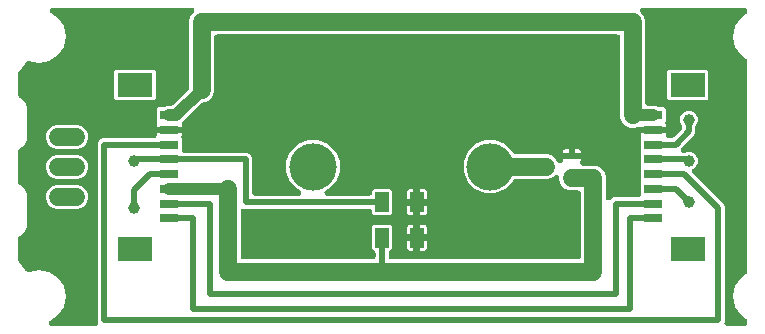
<source format=gbr>
G04 EAGLE Gerber X2 export*
%TF.Part,Single*%
%TF.FileFunction,Copper,L1,Top,Mixed*%
%TF.FilePolarity,Positive*%
%TF.GenerationSoftware,Autodesk,EAGLE,9.1.0*%
%TF.CreationDate,2020-06-24T00:01:39Z*%
G75*
%MOMM*%
%FSLAX34Y34*%
%LPD*%
%AMOC8*
5,1,8,0,0,1.08239X$1,22.5*%
G01*
%ADD10R,1.050000X0.600000*%
%ADD11R,1.600000X0.800000*%
%ADD12R,3.000000X2.100000*%
%ADD13C,1.524000*%
%ADD14R,1.160000X1.680000*%
%ADD15C,1.000000*%
%ADD16C,1.500000*%
%ADD17C,1.000000*%
%ADD18C,0.500000*%
%ADD19C,4.000000*%

G36*
X67401Y10174D02*
X67401Y10174D01*
X67495Y10173D01*
X67623Y10194D01*
X67753Y10206D01*
X67843Y10230D01*
X67935Y10246D01*
X68058Y10290D01*
X68184Y10324D01*
X68268Y10365D01*
X68356Y10396D01*
X68469Y10461D01*
X68586Y10517D01*
X68662Y10572D01*
X68743Y10619D01*
X68843Y10703D01*
X68948Y10779D01*
X69013Y10847D01*
X69084Y10907D01*
X69168Y11008D01*
X69258Y11101D01*
X69309Y11179D01*
X69369Y11251D01*
X69433Y11365D01*
X69505Y11473D01*
X69542Y11559D01*
X69588Y11641D01*
X69630Y11764D01*
X69682Y11884D01*
X69703Y11974D01*
X69734Y12063D01*
X69754Y12192D01*
X69783Y12319D01*
X69788Y12412D01*
X69802Y12504D01*
X69799Y12635D01*
X69805Y12765D01*
X69793Y12857D01*
X69791Y12951D01*
X69764Y13079D01*
X69748Y13208D01*
X69719Y13297D01*
X69700Y13388D01*
X69617Y13621D01*
X69499Y13906D01*
X69499Y164844D01*
X70337Y166866D01*
X71884Y168413D01*
X73906Y169251D01*
X117000Y169251D01*
X117050Y169255D01*
X117100Y169253D01*
X117272Y169275D01*
X117445Y169291D01*
X117493Y169304D01*
X117543Y169310D01*
X117708Y169363D01*
X117876Y169409D01*
X117921Y169431D01*
X117968Y169446D01*
X118122Y169527D01*
X118278Y169602D01*
X118319Y169632D01*
X118363Y169655D01*
X118500Y169762D01*
X118640Y169864D01*
X118675Y169900D01*
X118714Y169931D01*
X118830Y170061D01*
X118950Y170186D01*
X118977Y170228D01*
X119011Y170266D01*
X119101Y170414D01*
X119197Y170558D01*
X119217Y170604D01*
X119243Y170647D01*
X119305Y170810D01*
X119374Y170969D01*
X119385Y171017D01*
X119403Y171064D01*
X119436Y171235D01*
X119475Y171404D01*
X119478Y171454D01*
X119487Y171503D01*
X119499Y171750D01*
X119499Y173751D01*
X130040Y173751D01*
X140581Y173751D01*
X140581Y171916D01*
X140388Y171195D01*
X140357Y171135D01*
X140341Y171084D01*
X140318Y171035D01*
X140275Y170870D01*
X140225Y170708D01*
X140219Y170655D01*
X140206Y170603D01*
X140193Y170433D01*
X140172Y170264D01*
X140176Y170211D01*
X140172Y170157D01*
X140189Y169988D01*
X140199Y169818D01*
X140212Y169766D01*
X140217Y169713D01*
X140265Y169550D01*
X140305Y169384D01*
X140327Y169335D01*
X140342Y169284D01*
X140417Y169132D01*
X140486Y168976D01*
X140516Y168932D01*
X140540Y168884D01*
X140541Y168883D01*
X140541Y159250D01*
X140545Y159200D01*
X140543Y159150D01*
X140565Y158978D01*
X140581Y158805D01*
X140594Y158757D01*
X140600Y158707D01*
X140653Y158542D01*
X140699Y158374D01*
X140721Y158329D01*
X140736Y158282D01*
X140817Y158128D01*
X140892Y157972D01*
X140922Y157931D01*
X140945Y157887D01*
X141052Y157750D01*
X141154Y157610D01*
X141190Y157575D01*
X141221Y157536D01*
X141351Y157420D01*
X141476Y157300D01*
X141518Y157273D01*
X141556Y157239D01*
X141704Y157149D01*
X141848Y157053D01*
X141894Y157033D01*
X141937Y157007D01*
X142099Y156945D01*
X142259Y156876D01*
X142307Y156865D01*
X142354Y156847D01*
X142525Y156814D01*
X142694Y156775D01*
X142744Y156772D01*
X142793Y156763D01*
X143040Y156751D01*
X196094Y156751D01*
X198116Y155913D01*
X199663Y154366D01*
X200501Y152344D01*
X200501Y123000D01*
X200505Y122950D01*
X200503Y122900D01*
X200525Y122728D01*
X200541Y122555D01*
X200554Y122507D01*
X200560Y122457D01*
X200613Y122292D01*
X200659Y122124D01*
X200681Y122079D01*
X200696Y122032D01*
X200777Y121878D01*
X200852Y121722D01*
X200882Y121681D01*
X200905Y121637D01*
X201012Y121500D01*
X201114Y121360D01*
X201150Y121325D01*
X201181Y121286D01*
X201311Y121170D01*
X201436Y121050D01*
X201478Y121023D01*
X201516Y120989D01*
X201664Y120899D01*
X201808Y120803D01*
X201854Y120783D01*
X201897Y120757D01*
X202059Y120695D01*
X202219Y120626D01*
X202267Y120615D01*
X202314Y120597D01*
X202485Y120564D01*
X202654Y120525D01*
X202704Y120522D01*
X202753Y120513D01*
X203000Y120501D01*
X239585Y120501D01*
X239764Y120517D01*
X239944Y120527D01*
X239986Y120537D01*
X240030Y120541D01*
X240203Y120588D01*
X240378Y120630D01*
X240418Y120648D01*
X240460Y120659D01*
X240623Y120737D01*
X240788Y120809D01*
X240824Y120834D01*
X240863Y120852D01*
X241009Y120958D01*
X241158Y121058D01*
X241190Y121089D01*
X241225Y121114D01*
X241350Y121244D01*
X241479Y121370D01*
X241504Y121405D01*
X241534Y121436D01*
X241634Y121586D01*
X241739Y121733D01*
X241758Y121772D01*
X241782Y121808D01*
X241853Y121974D01*
X241930Y122137D01*
X241941Y122179D01*
X241959Y122219D01*
X241999Y122393D01*
X242046Y122568D01*
X242050Y122611D01*
X242060Y122654D01*
X242069Y122833D01*
X242084Y123013D01*
X242080Y123056D01*
X242082Y123100D01*
X242059Y123278D01*
X242042Y123458D01*
X242030Y123500D01*
X242024Y123543D01*
X241970Y123714D01*
X241921Y123888D01*
X241902Y123927D01*
X241889Y123968D01*
X241804Y124127D01*
X241726Y124289D01*
X241700Y124325D01*
X241680Y124363D01*
X241568Y124504D01*
X241462Y124650D01*
X241430Y124680D01*
X241403Y124714D01*
X241269Y124834D01*
X241138Y124958D01*
X241102Y124982D01*
X241069Y125011D01*
X240916Y125104D01*
X240765Y125203D01*
X240710Y125229D01*
X240688Y125243D01*
X240653Y125256D01*
X240541Y125309D01*
X239054Y125925D01*
X232725Y132254D01*
X229299Y140524D01*
X229299Y149476D01*
X232725Y157746D01*
X239054Y164075D01*
X247324Y167501D01*
X256276Y167501D01*
X264546Y164075D01*
X270875Y157746D01*
X274301Y149476D01*
X274301Y140524D01*
X270875Y132254D01*
X264546Y125925D01*
X263059Y125309D01*
X262900Y125226D01*
X262737Y125148D01*
X262702Y125122D01*
X262663Y125102D01*
X262521Y124991D01*
X262375Y124886D01*
X262345Y124854D01*
X262311Y124828D01*
X262190Y124693D01*
X262066Y124564D01*
X262041Y124527D01*
X262012Y124495D01*
X261918Y124342D01*
X261818Y124192D01*
X261801Y124152D01*
X261778Y124114D01*
X261713Y123947D01*
X261641Y123781D01*
X261632Y123739D01*
X261616Y123698D01*
X261581Y123521D01*
X261540Y123346D01*
X261538Y123303D01*
X261530Y123260D01*
X261527Y123080D01*
X261518Y122900D01*
X261524Y122857D01*
X261523Y122813D01*
X261552Y122636D01*
X261576Y122457D01*
X261589Y122416D01*
X261596Y122373D01*
X261657Y122203D01*
X261711Y122032D01*
X261732Y121993D01*
X261746Y121952D01*
X261836Y121796D01*
X261920Y121637D01*
X261947Y121603D01*
X261969Y121565D01*
X262085Y121427D01*
X262197Y121286D01*
X262229Y121257D01*
X262257Y121224D01*
X262396Y121109D01*
X262531Y120989D01*
X262568Y120967D01*
X262602Y120939D01*
X262759Y120851D01*
X262912Y120757D01*
X262953Y120742D01*
X262991Y120720D01*
X263161Y120661D01*
X263329Y120597D01*
X263372Y120589D01*
X263413Y120574D01*
X263591Y120547D01*
X263768Y120513D01*
X263828Y120510D01*
X263855Y120506D01*
X263892Y120507D01*
X264015Y120501D01*
X299450Y120501D01*
X299500Y120505D01*
X299550Y120503D01*
X299722Y120525D01*
X299895Y120541D01*
X299943Y120554D01*
X299993Y120560D01*
X300158Y120613D01*
X300326Y120659D01*
X300371Y120681D01*
X300418Y120696D01*
X300572Y120777D01*
X300728Y120852D01*
X300769Y120882D01*
X300813Y120905D01*
X300950Y121012D01*
X301090Y121114D01*
X301125Y121150D01*
X301164Y121181D01*
X301280Y121311D01*
X301400Y121436D01*
X301427Y121478D01*
X301461Y121516D01*
X301551Y121664D01*
X301647Y121808D01*
X301667Y121854D01*
X301693Y121897D01*
X301755Y122059D01*
X301824Y122219D01*
X301835Y122267D01*
X301853Y122314D01*
X301886Y122485D01*
X301925Y122654D01*
X301928Y122704D01*
X301937Y122753D01*
X301949Y123000D01*
X301949Y124436D01*
X303414Y125901D01*
X317086Y125901D01*
X318551Y124436D01*
X318551Y105564D01*
X317086Y104099D01*
X303414Y104099D01*
X301949Y105564D01*
X301949Y107000D01*
X301945Y107050D01*
X301947Y107100D01*
X301925Y107272D01*
X301909Y107445D01*
X301896Y107493D01*
X301890Y107543D01*
X301837Y107708D01*
X301791Y107876D01*
X301769Y107921D01*
X301754Y107968D01*
X301673Y108122D01*
X301598Y108278D01*
X301568Y108319D01*
X301545Y108363D01*
X301438Y108500D01*
X301336Y108640D01*
X301300Y108675D01*
X301269Y108714D01*
X301139Y108830D01*
X301014Y108950D01*
X300972Y108977D01*
X300934Y109011D01*
X300786Y109101D01*
X300642Y109197D01*
X300596Y109217D01*
X300553Y109243D01*
X300391Y109305D01*
X300231Y109374D01*
X300183Y109385D01*
X300136Y109403D01*
X299965Y109436D01*
X299796Y109475D01*
X299746Y109478D01*
X299697Y109487D01*
X299450Y109499D01*
X193889Y109499D01*
X193867Y109506D01*
X193781Y109543D01*
X193655Y109573D01*
X193530Y109612D01*
X193437Y109623D01*
X193346Y109644D01*
X193216Y109651D01*
X193087Y109667D01*
X192993Y109662D01*
X192900Y109667D01*
X192771Y109650D01*
X192641Y109643D01*
X192550Y109621D01*
X192457Y109609D01*
X192333Y109569D01*
X192206Y109539D01*
X192121Y109502D01*
X192032Y109473D01*
X191917Y109412D01*
X191797Y109360D01*
X191719Y109308D01*
X191637Y109264D01*
X191535Y109184D01*
X191426Y109111D01*
X191359Y109046D01*
X191286Y108988D01*
X191199Y108891D01*
X191106Y108800D01*
X191051Y108724D01*
X190989Y108654D01*
X190922Y108542D01*
X190846Y108437D01*
X190806Y108352D01*
X190757Y108272D01*
X190710Y108151D01*
X190655Y108033D01*
X190630Y107943D01*
X190597Y107855D01*
X190572Y107727D01*
X190538Y107602D01*
X190531Y107508D01*
X190513Y107417D01*
X190501Y107169D01*
X190501Y69000D01*
X190505Y68950D01*
X190503Y68900D01*
X190525Y68728D01*
X190541Y68555D01*
X190554Y68507D01*
X190560Y68457D01*
X190613Y68292D01*
X190659Y68124D01*
X190681Y68079D01*
X190696Y68032D01*
X190777Y67878D01*
X190852Y67722D01*
X190882Y67681D01*
X190905Y67637D01*
X191012Y67500D01*
X191114Y67360D01*
X191150Y67325D01*
X191181Y67286D01*
X191311Y67170D01*
X191436Y67050D01*
X191478Y67023D01*
X191516Y66989D01*
X191664Y66899D01*
X191808Y66803D01*
X191854Y66783D01*
X191897Y66757D01*
X192059Y66695D01*
X192219Y66626D01*
X192267Y66615D01*
X192314Y66597D01*
X192485Y66564D01*
X192654Y66525D01*
X192704Y66522D01*
X192753Y66513D01*
X193000Y66501D01*
X302250Y66501D01*
X302300Y66505D01*
X302350Y66503D01*
X302522Y66525D01*
X302695Y66541D01*
X302743Y66554D01*
X302793Y66560D01*
X302958Y66613D01*
X303126Y66659D01*
X303171Y66681D01*
X303218Y66696D01*
X303372Y66777D01*
X303528Y66852D01*
X303569Y66882D01*
X303613Y66905D01*
X303750Y67012D01*
X303890Y67114D01*
X303925Y67150D01*
X303964Y67181D01*
X304080Y67311D01*
X304200Y67436D01*
X304227Y67478D01*
X304261Y67516D01*
X304351Y67664D01*
X304447Y67808D01*
X304467Y67854D01*
X304493Y67897D01*
X304555Y68059D01*
X304624Y68219D01*
X304635Y68267D01*
X304653Y68314D01*
X304686Y68485D01*
X304725Y68654D01*
X304728Y68704D01*
X304737Y68753D01*
X304749Y69000D01*
X304749Y71729D01*
X304733Y71915D01*
X304721Y72101D01*
X304713Y72137D01*
X304709Y72174D01*
X304660Y72353D01*
X304616Y72535D01*
X304601Y72569D01*
X304591Y72605D01*
X304510Y72773D01*
X304434Y72943D01*
X304414Y72974D01*
X304398Y73007D01*
X304288Y73158D01*
X304183Y73313D01*
X304149Y73350D01*
X304136Y73369D01*
X304109Y73395D01*
X304017Y73496D01*
X301949Y75564D01*
X301949Y94436D01*
X303414Y95901D01*
X317086Y95901D01*
X318551Y94436D01*
X318551Y75564D01*
X316483Y73496D01*
X316363Y73353D01*
X316239Y73213D01*
X316220Y73182D01*
X316196Y73153D01*
X316104Y72991D01*
X316007Y72832D01*
X315994Y72797D01*
X315976Y72765D01*
X315914Y72589D01*
X315847Y72415D01*
X315840Y72379D01*
X315827Y72344D01*
X315798Y72159D01*
X315763Y71976D01*
X315760Y71926D01*
X315757Y71903D01*
X315758Y71866D01*
X315751Y71729D01*
X315751Y69000D01*
X315755Y68950D01*
X315753Y68900D01*
X315775Y68728D01*
X315791Y68555D01*
X315804Y68507D01*
X315810Y68457D01*
X315863Y68292D01*
X315909Y68124D01*
X315931Y68079D01*
X315946Y68032D01*
X316027Y67878D01*
X316102Y67722D01*
X316132Y67681D01*
X316155Y67637D01*
X316262Y67500D01*
X316364Y67360D01*
X316400Y67325D01*
X316431Y67286D01*
X316561Y67170D01*
X316686Y67050D01*
X316728Y67023D01*
X316766Y66989D01*
X316914Y66899D01*
X317058Y66803D01*
X317104Y66783D01*
X317147Y66757D01*
X317309Y66695D01*
X317469Y66626D01*
X317517Y66615D01*
X317564Y66597D01*
X317735Y66564D01*
X317904Y66525D01*
X317954Y66522D01*
X318003Y66513D01*
X318250Y66501D01*
X476000Y66501D01*
X476050Y66505D01*
X476100Y66503D01*
X476272Y66525D01*
X476445Y66541D01*
X476493Y66554D01*
X476543Y66560D01*
X476708Y66613D01*
X476876Y66659D01*
X476921Y66681D01*
X476968Y66696D01*
X477122Y66777D01*
X477278Y66852D01*
X477319Y66882D01*
X477363Y66905D01*
X477500Y67012D01*
X477640Y67114D01*
X477675Y67150D01*
X477714Y67181D01*
X477830Y67311D01*
X477950Y67436D01*
X477977Y67478D01*
X478011Y67516D01*
X478101Y67664D01*
X478197Y67808D01*
X478217Y67854D01*
X478243Y67897D01*
X478305Y68059D01*
X478374Y68219D01*
X478385Y68267D01*
X478403Y68314D01*
X478436Y68485D01*
X478475Y68654D01*
X478478Y68704D01*
X478487Y68753D01*
X478499Y69000D01*
X478499Y122500D01*
X478495Y122550D01*
X478497Y122600D01*
X478475Y122772D01*
X478459Y122945D01*
X478446Y122993D01*
X478440Y123043D01*
X478387Y123208D01*
X478341Y123376D01*
X478319Y123421D01*
X478304Y123468D01*
X478223Y123622D01*
X478148Y123778D01*
X478118Y123819D01*
X478095Y123863D01*
X477988Y124000D01*
X477886Y124140D01*
X477850Y124175D01*
X477819Y124214D01*
X477689Y124330D01*
X477564Y124450D01*
X477522Y124477D01*
X477484Y124511D01*
X477336Y124601D01*
X477192Y124697D01*
X477146Y124717D01*
X477103Y124743D01*
X476941Y124805D01*
X476781Y124874D01*
X476733Y124885D01*
X476686Y124903D01*
X476515Y124936D01*
X476346Y124975D01*
X476296Y124978D01*
X476247Y124987D01*
X476000Y124999D01*
X468911Y124999D01*
X465052Y126598D01*
X462098Y129552D01*
X460499Y133411D01*
X460499Y135615D01*
X460487Y135752D01*
X460484Y135888D01*
X460467Y135973D01*
X460459Y136060D01*
X460423Y136192D01*
X460396Y136326D01*
X460364Y136407D01*
X460341Y136491D01*
X460282Y136614D01*
X460231Y136741D01*
X460185Y136815D01*
X460148Y136894D01*
X460067Y137005D01*
X459995Y137121D01*
X459937Y137185D01*
X459886Y137255D01*
X459787Y137350D01*
X459695Y137452D01*
X459626Y137505D01*
X459564Y137565D01*
X459450Y137641D01*
X459341Y137724D01*
X459264Y137764D01*
X459192Y137812D01*
X459066Y137866D01*
X458944Y137929D01*
X458861Y137955D01*
X458781Y137989D01*
X458649Y138020D01*
X458517Y138060D01*
X458431Y138071D01*
X458346Y138090D01*
X458210Y138097D01*
X458074Y138113D01*
X457987Y138108D01*
X457900Y138113D01*
X457765Y138095D01*
X457628Y138087D01*
X457543Y138066D01*
X457457Y138055D01*
X457327Y138013D01*
X457194Y137981D01*
X457114Y137946D01*
X457032Y137919D01*
X456911Y137855D01*
X456786Y137800D01*
X456714Y137751D01*
X456637Y137710D01*
X456529Y137626D01*
X456416Y137549D01*
X456315Y137457D01*
X456286Y137434D01*
X456270Y137416D01*
X456233Y137382D01*
X454948Y136098D01*
X451089Y134499D01*
X423475Y134499D01*
X423469Y134499D01*
X423462Y134499D01*
X423246Y134479D01*
X423030Y134459D01*
X423024Y134458D01*
X423017Y134457D01*
X422807Y134398D01*
X422599Y134341D01*
X422594Y134338D01*
X422587Y134336D01*
X422394Y134242D01*
X422197Y134148D01*
X422191Y134144D01*
X422186Y134141D01*
X422013Y134015D01*
X421835Y133886D01*
X421830Y133881D01*
X421825Y133877D01*
X421675Y133719D01*
X421525Y133564D01*
X421522Y133558D01*
X421517Y133553D01*
X421397Y133371D01*
X421278Y133192D01*
X421276Y133186D01*
X421272Y133180D01*
X421166Y132956D01*
X420875Y132254D01*
X414546Y125925D01*
X406276Y122499D01*
X397324Y122499D01*
X389054Y125925D01*
X382725Y132254D01*
X379299Y140524D01*
X379299Y149476D01*
X382725Y157746D01*
X389054Y164075D01*
X397324Y167501D01*
X406276Y167501D01*
X414546Y164075D01*
X420875Y157746D01*
X421166Y157044D01*
X421169Y157038D01*
X421171Y157032D01*
X421273Y156839D01*
X421373Y156648D01*
X421377Y156643D01*
X421380Y156637D01*
X421516Y156464D01*
X421647Y156295D01*
X421652Y156291D01*
X421656Y156286D01*
X421821Y156140D01*
X421980Y155997D01*
X421986Y155994D01*
X421991Y155989D01*
X422176Y155877D01*
X422361Y155763D01*
X422367Y155761D01*
X422372Y155757D01*
X422574Y155679D01*
X422777Y155600D01*
X422783Y155599D01*
X422789Y155597D01*
X423002Y155556D01*
X423215Y155514D01*
X423221Y155514D01*
X423228Y155513D01*
X423475Y155501D01*
X451089Y155501D01*
X454948Y153902D01*
X457902Y150948D01*
X458504Y149494D01*
X458532Y149441D01*
X458553Y149384D01*
X458636Y149243D01*
X458712Y149098D01*
X458749Y149051D01*
X458779Y148999D01*
X458886Y148874D01*
X458986Y148745D01*
X459031Y148705D01*
X459070Y148660D01*
X459197Y148556D01*
X459319Y148447D01*
X459370Y148416D01*
X459417Y148378D01*
X459560Y148299D01*
X459699Y148213D01*
X459755Y148191D01*
X459808Y148162D01*
X459963Y148110D01*
X460115Y148051D01*
X460174Y148039D01*
X460231Y148020D01*
X460393Y147996D01*
X460553Y147965D01*
X460614Y147964D01*
X460673Y147955D01*
X460837Y147960D01*
X461000Y147958D01*
X461059Y147968D01*
X461120Y147970D01*
X461279Y148004D01*
X461441Y148031D01*
X461497Y148051D01*
X461556Y148064D01*
X461707Y148126D01*
X461861Y148181D01*
X461914Y148211D01*
X461969Y148234D01*
X462107Y148323D01*
X462249Y148404D01*
X462295Y148443D01*
X462345Y148475D01*
X462465Y148587D01*
X462590Y148692D01*
X462628Y148739D01*
X462672Y148780D01*
X462770Y148910D01*
X462874Y149036D01*
X462904Y149089D01*
X462940Y149137D01*
X463013Y149283D01*
X463093Y149426D01*
X463113Y149483D01*
X463140Y149537D01*
X463186Y149693D01*
X463239Y149848D01*
X463248Y149908D01*
X463265Y149965D01*
X463283Y150128D01*
X463308Y150290D01*
X463306Y150350D01*
X463312Y150410D01*
X463300Y150572D01*
X463296Y150736D01*
X463284Y150795D01*
X463280Y150855D01*
X463228Y151097D01*
X463209Y151166D01*
X463209Y152001D01*
X471000Y152001D01*
X478791Y152001D01*
X478791Y151166D01*
X478618Y150519D01*
X478173Y149750D01*
X478159Y149719D01*
X478141Y149692D01*
X478065Y149517D01*
X477985Y149344D01*
X477977Y149312D01*
X477964Y149281D01*
X477921Y149097D01*
X477873Y148912D01*
X477870Y148879D01*
X477862Y148846D01*
X477853Y148657D01*
X477839Y148467D01*
X477842Y148433D01*
X477840Y148400D01*
X477865Y148212D01*
X477884Y148022D01*
X477894Y147990D01*
X477898Y147957D01*
X477956Y147776D01*
X478009Y147593D01*
X478023Y147563D01*
X478034Y147532D01*
X478123Y147364D01*
X478207Y147193D01*
X478227Y147166D01*
X478243Y147137D01*
X478361Y146987D01*
X478474Y146835D01*
X478498Y146812D01*
X478519Y146786D01*
X478661Y146659D01*
X478800Y146530D01*
X478828Y146511D01*
X478853Y146489D01*
X479015Y146391D01*
X479175Y146287D01*
X479206Y146275D01*
X479235Y146257D01*
X479412Y146189D01*
X479588Y146116D01*
X479620Y146109D01*
X479652Y146097D01*
X479839Y146061D01*
X480024Y146020D01*
X480058Y146019D01*
X480090Y146013D01*
X480338Y146001D01*
X491089Y146001D01*
X494948Y144402D01*
X497902Y141448D01*
X499501Y137589D01*
X499501Y119064D01*
X499513Y118927D01*
X499516Y118791D01*
X499533Y118705D01*
X499541Y118619D01*
X499577Y118487D01*
X499604Y118353D01*
X499636Y118272D01*
X499659Y118188D01*
X499718Y118065D01*
X499769Y117938D01*
X499815Y117864D01*
X499852Y117785D01*
X499933Y117674D01*
X500005Y117558D01*
X500063Y117494D01*
X500114Y117423D01*
X500213Y117329D01*
X500305Y117227D01*
X500374Y117174D01*
X500436Y117114D01*
X500550Y117038D01*
X500659Y116955D01*
X500736Y116915D01*
X500808Y116867D01*
X500934Y116813D01*
X501056Y116750D01*
X501139Y116724D01*
X501219Y116690D01*
X501351Y116659D01*
X501483Y116619D01*
X501569Y116608D01*
X501654Y116589D01*
X501790Y116582D01*
X501926Y116565D01*
X502013Y116571D01*
X502100Y116566D01*
X502235Y116584D01*
X502372Y116592D01*
X502457Y116613D01*
X502543Y116624D01*
X502673Y116666D01*
X502806Y116698D01*
X502886Y116733D01*
X502968Y116760D01*
X503089Y116824D01*
X503214Y116879D01*
X503286Y116928D01*
X503363Y116969D01*
X503471Y117053D01*
X503584Y117130D01*
X503685Y117222D01*
X503714Y117245D01*
X503730Y117263D01*
X503767Y117296D01*
X504884Y118413D01*
X506906Y119251D01*
X526960Y119251D01*
X527010Y119255D01*
X527060Y119253D01*
X527232Y119275D01*
X527405Y119291D01*
X527453Y119304D01*
X527503Y119310D01*
X527668Y119363D01*
X527836Y119409D01*
X527881Y119431D01*
X527928Y119446D01*
X528082Y119527D01*
X528238Y119602D01*
X528279Y119632D01*
X528323Y119655D01*
X528460Y119762D01*
X528600Y119864D01*
X528635Y119900D01*
X528674Y119931D01*
X528790Y120061D01*
X528910Y120186D01*
X528937Y120228D01*
X528971Y120266D01*
X529061Y120414D01*
X529157Y120558D01*
X529177Y120604D01*
X529203Y120647D01*
X529265Y120809D01*
X529334Y120969D01*
X529345Y121017D01*
X529363Y121064D01*
X529396Y121235D01*
X529435Y121404D01*
X529438Y121454D01*
X529447Y121503D01*
X529459Y121750D01*
X529459Y131576D01*
X529504Y131721D01*
X529561Y131885D01*
X529569Y131935D01*
X529584Y131983D01*
X529605Y132155D01*
X529632Y132326D01*
X529631Y132376D01*
X529637Y132426D01*
X529627Y132599D01*
X529623Y132773D01*
X529613Y132822D01*
X529610Y132872D01*
X529569Y133041D01*
X529535Y133211D01*
X529516Y133257D01*
X529505Y133306D01*
X529459Y133408D01*
X529459Y144076D01*
X529504Y144221D01*
X529561Y144385D01*
X529569Y144435D01*
X529584Y144483D01*
X529605Y144655D01*
X529632Y144826D01*
X529631Y144876D01*
X529637Y144926D01*
X529627Y145099D01*
X529623Y145273D01*
X529613Y145322D01*
X529610Y145372D01*
X529569Y145541D01*
X529535Y145711D01*
X529516Y145757D01*
X529505Y145806D01*
X529459Y145908D01*
X529459Y156576D01*
X529504Y156721D01*
X529561Y156885D01*
X529569Y156935D01*
X529584Y156983D01*
X529605Y157154D01*
X529632Y157326D01*
X529631Y157376D01*
X529637Y157426D01*
X529627Y157599D01*
X529623Y157773D01*
X529613Y157822D01*
X529610Y157872D01*
X529569Y158041D01*
X529535Y158211D01*
X529516Y158257D01*
X529505Y158306D01*
X529459Y158408D01*
X529459Y168900D01*
X529467Y168914D01*
X529558Y169058D01*
X529577Y169108D01*
X529604Y169154D01*
X529660Y169315D01*
X529723Y169473D01*
X529734Y169525D01*
X529752Y169576D01*
X529779Y169744D01*
X529813Y169911D01*
X529814Y169964D01*
X529823Y170017D01*
X529819Y170186D01*
X529823Y170357D01*
X529815Y170410D01*
X529814Y170464D01*
X529780Y170630D01*
X529754Y170799D01*
X529736Y170849D01*
X529725Y170901D01*
X529663Y171060D01*
X529607Y171220D01*
X529604Y171225D01*
X529419Y171916D01*
X529419Y173751D01*
X539960Y173751D01*
X550501Y173751D01*
X550501Y171750D01*
X550505Y171700D01*
X550503Y171650D01*
X550525Y171478D01*
X550541Y171305D01*
X550554Y171257D01*
X550560Y171207D01*
X550613Y171042D01*
X550659Y170874D01*
X550681Y170829D01*
X550696Y170782D01*
X550777Y170628D01*
X550852Y170472D01*
X550882Y170431D01*
X550905Y170387D01*
X551012Y170250D01*
X551114Y170110D01*
X551150Y170075D01*
X551181Y170036D01*
X551311Y169920D01*
X551436Y169800D01*
X551478Y169773D01*
X551516Y169739D01*
X551664Y169649D01*
X551808Y169553D01*
X551854Y169533D01*
X551897Y169507D01*
X552059Y169445D01*
X552219Y169376D01*
X552267Y169365D01*
X552314Y169347D01*
X552485Y169314D01*
X552654Y169275D01*
X552704Y169272D01*
X552753Y169263D01*
X553000Y169251D01*
X555436Y169251D01*
X555622Y169267D01*
X555808Y169279D01*
X555844Y169287D01*
X555881Y169291D01*
X556062Y169340D01*
X556242Y169384D01*
X556276Y169399D01*
X556312Y169409D01*
X556480Y169490D01*
X556651Y169566D01*
X556681Y169586D01*
X556715Y169602D01*
X556866Y169712D01*
X557020Y169817D01*
X557058Y169851D01*
X557077Y169864D01*
X557102Y169891D01*
X557204Y169983D01*
X563767Y176546D01*
X563887Y176690D01*
X564011Y176829D01*
X564030Y176861D01*
X564054Y176889D01*
X564146Y177051D01*
X564243Y177211D01*
X564256Y177245D01*
X564274Y177278D01*
X564336Y177454D01*
X564403Y177628D01*
X564410Y177664D01*
X564423Y177699D01*
X564452Y177883D01*
X564487Y178067D01*
X564490Y178117D01*
X564493Y178140D01*
X564492Y178177D01*
X564499Y178314D01*
X564499Y178858D01*
X564483Y179044D01*
X564471Y179230D01*
X564463Y179266D01*
X564459Y179303D01*
X564410Y179483D01*
X564366Y179664D01*
X564351Y179698D01*
X564341Y179733D01*
X564260Y179902D01*
X564184Y180072D01*
X564164Y180103D01*
X564148Y180136D01*
X564038Y180287D01*
X563933Y180442D01*
X563899Y180479D01*
X563886Y180498D01*
X563859Y180524D01*
X563767Y180625D01*
X563641Y180751D01*
X562499Y183508D01*
X562499Y186492D01*
X563641Y189249D01*
X565751Y191359D01*
X568508Y192501D01*
X571492Y192501D01*
X574249Y191359D01*
X576359Y189249D01*
X577501Y186492D01*
X577501Y183508D01*
X576359Y180751D01*
X576233Y180625D01*
X576113Y180482D01*
X575989Y180342D01*
X575970Y180311D01*
X575946Y180282D01*
X575854Y180120D01*
X575757Y179961D01*
X575744Y179926D01*
X575726Y179894D01*
X575664Y179718D01*
X575597Y179544D01*
X575590Y179507D01*
X575577Y179473D01*
X575548Y179288D01*
X575513Y179105D01*
X575510Y179055D01*
X575507Y179031D01*
X575508Y178994D01*
X575501Y178858D01*
X575501Y173906D01*
X574663Y171884D01*
X572764Y169985D01*
X563796Y161017D01*
X563709Y160912D01*
X563614Y160814D01*
X563566Y160741D01*
X563510Y160674D01*
X563443Y160556D01*
X563367Y160442D01*
X563332Y160362D01*
X563289Y160286D01*
X563244Y160157D01*
X563190Y160031D01*
X563170Y159947D01*
X563141Y159865D01*
X563119Y159729D01*
X563089Y159596D01*
X563084Y159510D01*
X563070Y159424D01*
X563073Y159287D01*
X563066Y159150D01*
X563078Y159064D01*
X563079Y158977D01*
X563106Y158843D01*
X563124Y158707D01*
X563150Y158624D01*
X563168Y158539D01*
X563218Y158412D01*
X563260Y158282D01*
X563300Y158205D01*
X563332Y158124D01*
X563405Y158008D01*
X563469Y157887D01*
X563523Y157819D01*
X563569Y157745D01*
X563660Y157643D01*
X563745Y157536D01*
X563810Y157478D01*
X563868Y157414D01*
X563977Y157330D01*
X564079Y157239D01*
X564153Y157194D01*
X564222Y157141D01*
X564344Y157078D01*
X564461Y157007D01*
X564542Y156976D01*
X564619Y156936D01*
X564750Y156896D01*
X564878Y156847D01*
X564963Y156830D01*
X565046Y156805D01*
X565182Y156789D01*
X565316Y156763D01*
X565453Y156756D01*
X565490Y156752D01*
X565513Y156753D01*
X565564Y156751D01*
X566200Y156751D01*
X566343Y156764D01*
X566486Y156767D01*
X566565Y156783D01*
X566645Y156791D01*
X566783Y156829D01*
X566924Y156858D01*
X567040Y156899D01*
X567076Y156909D01*
X567100Y156921D01*
X567157Y156941D01*
X568508Y157501D01*
X571492Y157501D01*
X574249Y156359D01*
X576359Y154249D01*
X577501Y151492D01*
X577501Y148508D01*
X576359Y145751D01*
X574249Y143641D01*
X574091Y143576D01*
X574008Y143532D01*
X573921Y143498D01*
X573810Y143429D01*
X573695Y143369D01*
X573621Y143311D01*
X573542Y143262D01*
X573445Y143174D01*
X573342Y143094D01*
X573280Y143025D01*
X573211Y142962D01*
X573131Y142859D01*
X573044Y142762D01*
X572995Y142682D01*
X572938Y142608D01*
X572878Y142492D01*
X572810Y142381D01*
X572776Y142294D01*
X572733Y142211D01*
X572695Y142087D01*
X572647Y141965D01*
X572629Y141873D01*
X572602Y141784D01*
X572586Y141655D01*
X572561Y141527D01*
X572560Y141433D01*
X572549Y141341D01*
X572557Y141211D01*
X572555Y141080D01*
X572570Y140988D01*
X572576Y140895D01*
X572606Y140768D01*
X572628Y140639D01*
X572659Y140551D01*
X572681Y140461D01*
X572734Y140341D01*
X572778Y140219D01*
X572825Y140138D01*
X572863Y140052D01*
X572936Y139944D01*
X573001Y139832D01*
X573061Y139760D01*
X573114Y139683D01*
X573280Y139499D01*
X599663Y113116D01*
X600501Y111094D01*
X600501Y13906D01*
X600383Y13621D01*
X600355Y13532D01*
X600318Y13446D01*
X600288Y13320D01*
X600250Y13195D01*
X600238Y13102D01*
X600217Y13011D01*
X600210Y12881D01*
X600194Y12752D01*
X600199Y12658D01*
X600195Y12565D01*
X600211Y12436D01*
X600219Y12306D01*
X600240Y12215D01*
X600252Y12122D01*
X600292Y11998D01*
X600322Y11871D01*
X600360Y11786D01*
X600388Y11697D01*
X600449Y11582D01*
X600501Y11462D01*
X600553Y11384D01*
X600597Y11302D01*
X600678Y11199D01*
X600750Y11091D01*
X600815Y11024D01*
X600873Y10951D01*
X600971Y10864D01*
X601062Y10771D01*
X601137Y10716D01*
X601207Y10654D01*
X601319Y10587D01*
X601425Y10511D01*
X601509Y10471D01*
X601589Y10422D01*
X601711Y10375D01*
X601828Y10320D01*
X601919Y10295D01*
X602006Y10262D01*
X602134Y10237D01*
X602260Y10203D01*
X602353Y10196D01*
X602445Y10178D01*
X602692Y10166D01*
X617000Y10166D01*
X617050Y10170D01*
X617100Y10168D01*
X617272Y10190D01*
X617445Y10206D01*
X617493Y10219D01*
X617543Y10225D01*
X617708Y10278D01*
X617876Y10324D01*
X617921Y10346D01*
X617968Y10361D01*
X618122Y10442D01*
X618278Y10517D01*
X618319Y10547D01*
X618363Y10570D01*
X618500Y10677D01*
X618640Y10779D01*
X618675Y10815D01*
X618714Y10846D01*
X618830Y10976D01*
X618950Y11101D01*
X618977Y11143D01*
X619011Y11181D01*
X619101Y11329D01*
X619197Y11473D01*
X619217Y11519D01*
X619243Y11562D01*
X619305Y11724D01*
X619374Y11884D01*
X619385Y11932D01*
X619403Y11979D01*
X619436Y12150D01*
X619475Y12319D01*
X619478Y12369D01*
X619487Y12418D01*
X619499Y12665D01*
X619499Y14219D01*
X619481Y14427D01*
X619465Y14634D01*
X619461Y14648D01*
X619459Y14664D01*
X619404Y14865D01*
X619351Y15066D01*
X619345Y15080D01*
X619341Y15094D01*
X619251Y15282D01*
X619163Y15471D01*
X619154Y15483D01*
X619148Y15497D01*
X619026Y15666D01*
X618906Y15836D01*
X618895Y15847D01*
X618886Y15859D01*
X618736Y16003D01*
X618587Y16149D01*
X618571Y16161D01*
X618564Y16169D01*
X618542Y16183D01*
X618389Y16297D01*
X613958Y19258D01*
X609055Y26595D01*
X607333Y35250D01*
X609055Y43905D01*
X613958Y51242D01*
X618389Y54203D01*
X618551Y54334D01*
X618714Y54463D01*
X618724Y54474D01*
X618736Y54484D01*
X618872Y54640D01*
X619011Y54797D01*
X619019Y54810D01*
X619029Y54821D01*
X619134Y55000D01*
X619243Y55178D01*
X619248Y55193D01*
X619256Y55206D01*
X619328Y55401D01*
X619403Y55595D01*
X619406Y55610D01*
X619411Y55625D01*
X619448Y55828D01*
X619487Y56034D01*
X619488Y56054D01*
X619490Y56064D01*
X619490Y56089D01*
X619499Y56281D01*
X619499Y234219D01*
X619481Y234427D01*
X619465Y234634D01*
X619461Y234648D01*
X619459Y234664D01*
X619404Y234865D01*
X619351Y235066D01*
X619345Y235080D01*
X619341Y235094D01*
X619251Y235282D01*
X619163Y235471D01*
X619154Y235483D01*
X619148Y235497D01*
X619026Y235666D01*
X618906Y235836D01*
X618895Y235847D01*
X618886Y235859D01*
X618736Y236003D01*
X618587Y236149D01*
X618571Y236161D01*
X618564Y236169D01*
X618542Y236183D01*
X618389Y236297D01*
X613958Y239258D01*
X609055Y246595D01*
X607333Y255250D01*
X609055Y263905D01*
X613958Y271242D01*
X618389Y274203D01*
X618551Y274334D01*
X618714Y274463D01*
X618724Y274474D01*
X618736Y274484D01*
X618872Y274640D01*
X619011Y274797D01*
X619019Y274810D01*
X619029Y274821D01*
X619134Y275000D01*
X619243Y275178D01*
X619248Y275193D01*
X619256Y275206D01*
X619328Y275401D01*
X619403Y275595D01*
X619406Y275610D01*
X619411Y275625D01*
X619448Y275828D01*
X619487Y276034D01*
X619488Y276054D01*
X619490Y276064D01*
X619490Y276089D01*
X619499Y276281D01*
X619499Y277335D01*
X619495Y277385D01*
X619497Y277435D01*
X619475Y277607D01*
X619459Y277780D01*
X619446Y277828D01*
X619440Y277878D01*
X619387Y278043D01*
X619341Y278211D01*
X619319Y278256D01*
X619304Y278303D01*
X619223Y278457D01*
X619148Y278613D01*
X619118Y278654D01*
X619095Y278698D01*
X618988Y278835D01*
X618886Y278975D01*
X618850Y279010D01*
X618819Y279049D01*
X618689Y279165D01*
X618564Y279285D01*
X618522Y279312D01*
X618484Y279346D01*
X618336Y279436D01*
X618192Y279532D01*
X618146Y279552D01*
X618103Y279578D01*
X617941Y279640D01*
X617781Y279709D01*
X617733Y279720D01*
X617686Y279738D01*
X617515Y279771D01*
X617346Y279810D01*
X617296Y279813D01*
X617247Y279822D01*
X617000Y279834D01*
X531050Y279834D01*
X530913Y279822D01*
X530777Y279819D01*
X530692Y279802D01*
X530605Y279794D01*
X530473Y279758D01*
X530339Y279731D01*
X530258Y279699D01*
X530174Y279676D01*
X530051Y279617D01*
X529924Y279566D01*
X529850Y279520D01*
X529771Y279483D01*
X529660Y279402D01*
X529544Y279330D01*
X529480Y279272D01*
X529410Y279221D01*
X529315Y279122D01*
X529213Y279030D01*
X529160Y278961D01*
X529100Y278899D01*
X529024Y278785D01*
X528941Y278676D01*
X528901Y278599D01*
X528853Y278527D01*
X528799Y278401D01*
X528736Y278279D01*
X528710Y278196D01*
X528676Y278116D01*
X528645Y277983D01*
X528605Y277852D01*
X528594Y277766D01*
X528575Y277681D01*
X528568Y277545D01*
X528552Y277409D01*
X528557Y277322D01*
X528552Y277235D01*
X528570Y277100D01*
X528578Y276963D01*
X528599Y276878D01*
X528610Y276792D01*
X528652Y276662D01*
X528684Y276529D01*
X528719Y276449D01*
X528746Y276367D01*
X528810Y276246D01*
X528865Y276121D01*
X528914Y276049D01*
X528955Y275972D01*
X529040Y275864D01*
X529116Y275751D01*
X529208Y275650D01*
X529231Y275621D01*
X529249Y275605D01*
X529283Y275568D01*
X531402Y273448D01*
X533001Y269589D01*
X533001Y199250D01*
X533005Y199200D01*
X533003Y199150D01*
X533025Y198978D01*
X533041Y198805D01*
X533054Y198757D01*
X533060Y198707D01*
X533113Y198542D01*
X533159Y198374D01*
X533181Y198329D01*
X533196Y198282D01*
X533277Y198128D01*
X533352Y197972D01*
X533382Y197931D01*
X533405Y197887D01*
X533512Y197750D01*
X533614Y197610D01*
X533650Y197575D01*
X533681Y197536D01*
X533811Y197420D01*
X533936Y197300D01*
X533978Y197273D01*
X534016Y197239D01*
X534164Y197149D01*
X534308Y197053D01*
X534354Y197033D01*
X534397Y197007D01*
X534559Y196945D01*
X534719Y196876D01*
X534767Y196865D01*
X534814Y196847D01*
X534985Y196814D01*
X535154Y196775D01*
X535204Y196772D01*
X535253Y196763D01*
X535500Y196751D01*
X541551Y196751D01*
X544713Y195441D01*
X544850Y195398D01*
X544984Y195347D01*
X545063Y195332D01*
X545140Y195308D01*
X545282Y195290D01*
X545423Y195263D01*
X545546Y195257D01*
X545583Y195252D01*
X545610Y195254D01*
X545670Y195251D01*
X548996Y195251D01*
X550461Y193786D01*
X550461Y183600D01*
X550453Y183586D01*
X550363Y183442D01*
X550343Y183392D01*
X550316Y183346D01*
X550260Y183185D01*
X550197Y183027D01*
X550186Y182975D01*
X550168Y182924D01*
X550141Y182756D01*
X550107Y182590D01*
X550106Y182536D01*
X550097Y182483D01*
X550101Y182313D01*
X550097Y182143D01*
X550105Y182090D01*
X550106Y182037D01*
X550140Y181870D01*
X550166Y181702D01*
X550184Y181651D01*
X550195Y181599D01*
X550257Y181441D01*
X550313Y181280D01*
X550316Y181275D01*
X550501Y180584D01*
X550501Y178749D01*
X539960Y178749D01*
X528016Y178749D01*
X527944Y178790D01*
X527821Y178832D01*
X527702Y178884D01*
X527611Y178905D01*
X527522Y178935D01*
X527393Y178955D01*
X527267Y178985D01*
X527173Y178990D01*
X527081Y179004D01*
X526950Y179001D01*
X526820Y179007D01*
X526728Y178995D01*
X526634Y178993D01*
X526507Y178966D01*
X526378Y178949D01*
X526288Y178921D01*
X526197Y178902D01*
X525964Y178819D01*
X524589Y178249D01*
X520411Y178249D01*
X516552Y179848D01*
X513598Y182802D01*
X511999Y186661D01*
X511999Y254500D01*
X511995Y254550D01*
X511997Y254600D01*
X511975Y254772D01*
X511959Y254945D01*
X511946Y254993D01*
X511940Y255043D01*
X511887Y255208D01*
X511841Y255376D01*
X511819Y255421D01*
X511804Y255468D01*
X511723Y255622D01*
X511648Y255778D01*
X511618Y255819D01*
X511595Y255863D01*
X511488Y256000D01*
X511386Y256140D01*
X511350Y256175D01*
X511319Y256214D01*
X511189Y256330D01*
X511064Y256450D01*
X511022Y256477D01*
X510984Y256511D01*
X510836Y256601D01*
X510692Y256697D01*
X510646Y256717D01*
X510603Y256743D01*
X510441Y256805D01*
X510281Y256874D01*
X510233Y256885D01*
X510186Y256903D01*
X510015Y256936D01*
X509846Y256975D01*
X509796Y256978D01*
X509747Y256987D01*
X509500Y256999D01*
X170500Y256999D01*
X170450Y256995D01*
X170400Y256997D01*
X170228Y256975D01*
X170055Y256959D01*
X170007Y256946D01*
X169957Y256940D01*
X169792Y256887D01*
X169624Y256841D01*
X169579Y256819D01*
X169532Y256804D01*
X169378Y256723D01*
X169222Y256648D01*
X169181Y256618D01*
X169137Y256595D01*
X169000Y256488D01*
X168860Y256386D01*
X168825Y256350D01*
X168786Y256319D01*
X168670Y256189D01*
X168550Y256064D01*
X168523Y256022D01*
X168489Y255984D01*
X168399Y255836D01*
X168303Y255692D01*
X168283Y255646D01*
X168257Y255603D01*
X168195Y255441D01*
X168126Y255281D01*
X168115Y255233D01*
X168097Y255186D01*
X168064Y255015D01*
X168025Y254846D01*
X168022Y254796D01*
X168013Y254747D01*
X168001Y254500D01*
X168001Y207911D01*
X166402Y204052D01*
X163448Y201098D01*
X159589Y199499D01*
X159349Y199499D01*
X159163Y199483D01*
X158977Y199471D01*
X158941Y199463D01*
X158904Y199459D01*
X158724Y199410D01*
X158543Y199366D01*
X158509Y199351D01*
X158474Y199341D01*
X158305Y199260D01*
X158135Y199184D01*
X158104Y199164D01*
X158071Y199148D01*
X157920Y199038D01*
X157765Y198933D01*
X157728Y198899D01*
X157709Y198886D01*
X157684Y198859D01*
X157582Y198767D01*
X141313Y182498D01*
X141193Y182355D01*
X141069Y182215D01*
X141050Y182184D01*
X141026Y182155D01*
X140934Y181993D01*
X140837Y181834D01*
X140824Y181799D01*
X140806Y181767D01*
X140744Y181591D01*
X140677Y181417D01*
X140670Y181380D01*
X140657Y181345D01*
X140628Y181161D01*
X140593Y180978D01*
X140590Y180928D01*
X140587Y180904D01*
X140588Y180867D01*
X140581Y180731D01*
X140581Y178749D01*
X130040Y178749D01*
X119499Y178749D01*
X119499Y180584D01*
X119692Y181305D01*
X119723Y181365D01*
X119739Y181416D01*
X119762Y181465D01*
X119805Y181630D01*
X119855Y181792D01*
X119861Y181845D01*
X119874Y181897D01*
X119887Y182067D01*
X119908Y182236D01*
X119904Y182289D01*
X119908Y182343D01*
X119891Y182512D01*
X119881Y182682D01*
X119868Y182734D01*
X119863Y182787D01*
X119815Y182950D01*
X119775Y183116D01*
X119753Y183165D01*
X119738Y183216D01*
X119663Y183368D01*
X119594Y183524D01*
X119564Y183568D01*
X119540Y183616D01*
X119539Y183617D01*
X119539Y193786D01*
X121004Y195251D01*
X124330Y195251D01*
X124473Y195264D01*
X124616Y195267D01*
X124695Y195283D01*
X124775Y195291D01*
X124913Y195329D01*
X125053Y195358D01*
X125170Y195399D01*
X125206Y195409D01*
X125230Y195421D01*
X125287Y195441D01*
X128449Y196751D01*
X131901Y196751D01*
X132087Y196767D01*
X132273Y196779D01*
X132309Y196787D01*
X132346Y196791D01*
X132526Y196840D01*
X132707Y196884D01*
X132741Y196899D01*
X132776Y196909D01*
X132945Y196990D01*
X133115Y197066D01*
X133146Y197086D01*
X133179Y197102D01*
X133330Y197212D01*
X133485Y197317D01*
X133522Y197351D01*
X133541Y197364D01*
X133566Y197391D01*
X133668Y197483D01*
X146267Y210082D01*
X146387Y210225D01*
X146511Y210365D01*
X146530Y210396D01*
X146554Y210425D01*
X146646Y210587D01*
X146743Y210746D01*
X146756Y210781D01*
X146774Y210813D01*
X146836Y210989D01*
X146903Y211163D01*
X146910Y211200D01*
X146923Y211235D01*
X146952Y211419D01*
X146987Y211602D01*
X146990Y211652D01*
X146993Y211676D01*
X146992Y211713D01*
X146999Y211849D01*
X146999Y269589D01*
X148598Y273448D01*
X150717Y275568D01*
X150805Y275673D01*
X150900Y275771D01*
X150948Y275844D01*
X151004Y275911D01*
X151071Y276029D01*
X151147Y276143D01*
X151182Y276223D01*
X151225Y276299D01*
X151270Y276428D01*
X151324Y276554D01*
X151344Y276638D01*
X151373Y276720D01*
X151394Y276856D01*
X151425Y276989D01*
X151430Y277075D01*
X151443Y277161D01*
X151441Y277298D01*
X151448Y277435D01*
X151436Y277521D01*
X151435Y277608D01*
X151408Y277742D01*
X151390Y277878D01*
X151363Y277961D01*
X151346Y278046D01*
X151296Y278173D01*
X151254Y278303D01*
X151214Y278380D01*
X151181Y278461D01*
X151109Y278577D01*
X151045Y278698D01*
X150991Y278766D01*
X150945Y278840D01*
X150854Y278942D01*
X150769Y279049D01*
X150704Y279107D01*
X150646Y279171D01*
X150537Y279255D01*
X150435Y279346D01*
X150360Y279391D01*
X150292Y279444D01*
X150170Y279507D01*
X150053Y279578D01*
X149972Y279609D01*
X149895Y279649D01*
X149764Y279689D01*
X149636Y279738D01*
X149551Y279755D01*
X149468Y279780D01*
X149332Y279796D01*
X149197Y279822D01*
X149061Y279829D01*
X149024Y279833D01*
X149001Y279832D01*
X148950Y279834D01*
X31323Y279834D01*
X31165Y279820D01*
X31007Y279814D01*
X30943Y279800D01*
X30878Y279794D01*
X30725Y279752D01*
X30570Y279718D01*
X30510Y279693D01*
X30447Y279676D01*
X30304Y279607D01*
X30158Y279546D01*
X30103Y279511D01*
X30044Y279483D01*
X29916Y279390D01*
X29783Y279304D01*
X29735Y279259D01*
X29683Y279221D01*
X29573Y279106D01*
X29457Y278998D01*
X29418Y278946D01*
X29373Y278899D01*
X29285Y278767D01*
X29191Y278639D01*
X29162Y278581D01*
X29126Y278527D01*
X29063Y278381D01*
X28993Y278239D01*
X28975Y278176D01*
X28949Y278116D01*
X28913Y277962D01*
X28869Y277810D01*
X28862Y277745D01*
X28848Y277681D01*
X28840Y277523D01*
X28824Y277365D01*
X28829Y277300D01*
X28826Y277235D01*
X28846Y277078D01*
X28858Y276920D01*
X28875Y276857D01*
X28883Y276792D01*
X28931Y276641D01*
X28971Y276488D01*
X28999Y276429D01*
X29019Y276367D01*
X29093Y276227D01*
X29160Y276083D01*
X29197Y276030D01*
X29228Y275972D01*
X29326Y275847D01*
X29417Y275718D01*
X29464Y275672D01*
X29504Y275621D01*
X29623Y275515D01*
X29736Y275404D01*
X29812Y275348D01*
X29838Y275324D01*
X29867Y275307D01*
X29934Y275257D01*
X35942Y271242D01*
X40845Y263905D01*
X42567Y255250D01*
X40845Y246595D01*
X35942Y239258D01*
X28605Y234355D01*
X19950Y232633D01*
X11159Y234382D01*
X11033Y234395D01*
X10909Y234419D01*
X10811Y234419D01*
X10715Y234430D01*
X10589Y234420D01*
X10462Y234421D01*
X10366Y234404D01*
X10269Y234397D01*
X10147Y234366D01*
X10022Y234344D01*
X9931Y234311D01*
X9836Y234286D01*
X9722Y234234D01*
X9603Y234190D01*
X9519Y234141D01*
X9430Y234100D01*
X9327Y234028D01*
X9218Y233964D01*
X9144Y233900D01*
X9064Y233845D01*
X8975Y233755D01*
X8879Y233673D01*
X8818Y233597D01*
X8749Y233528D01*
X8677Y233424D01*
X8597Y233326D01*
X8550Y233240D01*
X8495Y233160D01*
X8443Y233045D01*
X8382Y232934D01*
X8325Y232784D01*
X8311Y232753D01*
X8307Y232736D01*
X8294Y232703D01*
X8127Y232190D01*
X3870Y226330D01*
X3281Y225902D01*
X3161Y225797D01*
X3036Y225699D01*
X2993Y225650D01*
X2944Y225608D01*
X2845Y225484D01*
X2739Y225364D01*
X2706Y225310D01*
X2666Y225259D01*
X2590Y225119D01*
X2507Y224983D01*
X2484Y224923D01*
X2453Y224866D01*
X2404Y224715D01*
X2347Y224566D01*
X2335Y224503D01*
X2315Y224441D01*
X2293Y224284D01*
X2263Y224127D01*
X2258Y224034D01*
X2254Y223999D01*
X2255Y223966D01*
X2251Y223880D01*
X2251Y205617D01*
X2251Y205610D01*
X2251Y205604D01*
X2271Y205390D01*
X2291Y205172D01*
X2292Y205165D01*
X2293Y205159D01*
X2351Y204953D01*
X2409Y204741D01*
X2412Y204735D01*
X2414Y204729D01*
X2508Y204535D01*
X2602Y204338D01*
X2606Y204333D01*
X2609Y204327D01*
X2738Y204150D01*
X2864Y203976D01*
X2869Y203972D01*
X2873Y203967D01*
X3032Y203815D01*
X3186Y203667D01*
X3192Y203663D01*
X3197Y203659D01*
X3379Y203539D01*
X3558Y203420D01*
X3565Y203417D01*
X3570Y203414D01*
X3794Y203308D01*
X5458Y202618D01*
X8318Y199758D01*
X9866Y196022D01*
X9866Y167978D01*
X8318Y164242D01*
X5458Y161382D01*
X3794Y160692D01*
X3788Y160689D01*
X3782Y160687D01*
X3590Y160586D01*
X3398Y160485D01*
X3393Y160481D01*
X3387Y160478D01*
X3216Y160343D01*
X3045Y160211D01*
X3041Y160206D01*
X3036Y160202D01*
X2891Y160039D01*
X2747Y159878D01*
X2744Y159873D01*
X2739Y159868D01*
X2626Y159682D01*
X2513Y159498D01*
X2511Y159492D01*
X2507Y159486D01*
X2429Y159284D01*
X2350Y159082D01*
X2349Y159076D01*
X2347Y159069D01*
X2306Y158856D01*
X2264Y158643D01*
X2264Y158637D01*
X2263Y158631D01*
X2251Y158383D01*
X2251Y131617D01*
X2251Y131610D01*
X2251Y131604D01*
X2271Y131387D01*
X2291Y131172D01*
X2292Y131166D01*
X2293Y131159D01*
X2351Y130952D01*
X2409Y130741D01*
X2412Y130735D01*
X2414Y130729D01*
X2508Y130535D01*
X2602Y130338D01*
X2606Y130333D01*
X2609Y130327D01*
X2736Y130154D01*
X2864Y129976D01*
X2869Y129972D01*
X2873Y129967D01*
X3031Y129817D01*
X3186Y129667D01*
X3192Y129663D01*
X3197Y129659D01*
X3378Y129540D01*
X3558Y129420D01*
X3564Y129417D01*
X3570Y129414D01*
X3794Y129308D01*
X5458Y128618D01*
X8318Y125758D01*
X9866Y122022D01*
X9866Y93978D01*
X8318Y90242D01*
X5458Y87382D01*
X3794Y86692D01*
X3788Y86689D01*
X3782Y86687D01*
X3591Y86586D01*
X3398Y86485D01*
X3393Y86481D01*
X3387Y86478D01*
X3215Y86343D01*
X3045Y86211D01*
X3041Y86206D01*
X3036Y86202D01*
X2890Y86038D01*
X2747Y85878D01*
X2744Y85873D01*
X2739Y85868D01*
X2627Y85682D01*
X2513Y85498D01*
X2511Y85492D01*
X2507Y85486D01*
X2428Y85282D01*
X2350Y85082D01*
X2349Y85076D01*
X2347Y85069D01*
X2306Y84854D01*
X2264Y84643D01*
X2264Y84637D01*
X2263Y84630D01*
X2251Y84383D01*
X2251Y66120D01*
X2265Y65961D01*
X2271Y65802D01*
X2285Y65739D01*
X2291Y65675D01*
X2333Y65521D01*
X2367Y65366D01*
X2392Y65307D01*
X2409Y65244D01*
X2478Y65101D01*
X2540Y64954D01*
X2574Y64900D01*
X2602Y64842D01*
X2696Y64712D01*
X2782Y64579D01*
X2826Y64532D01*
X2864Y64480D01*
X2979Y64369D01*
X3088Y64253D01*
X3161Y64194D01*
X3186Y64170D01*
X3214Y64152D01*
X3281Y64098D01*
X3870Y63670D01*
X8127Y57810D01*
X8142Y57767D01*
X8191Y57651D01*
X8232Y57531D01*
X8279Y57445D01*
X8317Y57356D01*
X8387Y57250D01*
X8448Y57140D01*
X8509Y57064D01*
X8563Y56983D01*
X8650Y56891D01*
X8730Y56793D01*
X8804Y56730D01*
X8871Y56660D01*
X8973Y56585D01*
X9069Y56503D01*
X9153Y56454D01*
X9232Y56396D01*
X9346Y56341D01*
X9455Y56277D01*
X9546Y56244D01*
X9634Y56201D01*
X9756Y56167D01*
X9874Y56124D01*
X9970Y56108D01*
X10064Y56081D01*
X10190Y56070D01*
X10315Y56048D01*
X10412Y56049D01*
X10509Y56040D01*
X10635Y56051D01*
X10761Y56052D01*
X10920Y56075D01*
X10954Y56078D01*
X10971Y56083D01*
X11006Y56088D01*
X19950Y57867D01*
X28605Y56145D01*
X35942Y51242D01*
X40845Y43905D01*
X42567Y35250D01*
X40845Y26595D01*
X35942Y19258D01*
X29186Y14743D01*
X29063Y14644D01*
X28934Y14551D01*
X28889Y14504D01*
X28838Y14463D01*
X28735Y14343D01*
X28625Y14229D01*
X28589Y14174D01*
X28546Y14125D01*
X28465Y13989D01*
X28378Y13857D01*
X28352Y13797D01*
X28319Y13740D01*
X28263Y13592D01*
X28201Y13446D01*
X28186Y13383D01*
X28163Y13322D01*
X28135Y13166D01*
X28099Y13011D01*
X28096Y12946D01*
X28085Y12882D01*
X28085Y12723D01*
X28077Y12565D01*
X28086Y12500D01*
X28086Y12435D01*
X28115Y12279D01*
X28135Y12122D01*
X28155Y12060D01*
X28167Y11996D01*
X28222Y11848D01*
X28271Y11697D01*
X28301Y11639D01*
X28324Y11578D01*
X28406Y11442D01*
X28480Y11302D01*
X28520Y11251D01*
X28554Y11195D01*
X28658Y11075D01*
X28756Y10951D01*
X28805Y10907D01*
X28848Y10858D01*
X28972Y10759D01*
X29090Y10654D01*
X29146Y10620D01*
X29197Y10580D01*
X29337Y10504D01*
X29472Y10422D01*
X29533Y10399D01*
X29590Y10368D01*
X29741Y10319D01*
X29889Y10262D01*
X29953Y10249D01*
X30015Y10229D01*
X30172Y10208D01*
X30327Y10178D01*
X30422Y10173D01*
X30457Y10168D01*
X30491Y10170D01*
X30575Y10166D01*
X67308Y10166D01*
X67401Y10174D01*
G37*
%LPC*%
G36*
X552924Y201249D02*
X552924Y201249D01*
X551459Y202714D01*
X551459Y225786D01*
X552924Y227251D01*
X584996Y227251D01*
X586461Y225786D01*
X586461Y202714D01*
X584996Y201249D01*
X552924Y201249D01*
G37*
%LPD*%
%LPC*%
G36*
X85004Y201249D02*
X85004Y201249D01*
X83539Y202714D01*
X83539Y225786D01*
X85004Y227251D01*
X117076Y227251D01*
X118541Y225786D01*
X118541Y202714D01*
X117076Y201249D01*
X85004Y201249D01*
G37*
%LPD*%
%LPC*%
G36*
X33867Y160279D02*
X33867Y160279D01*
X30147Y161820D01*
X27300Y164667D01*
X25759Y168387D01*
X25759Y172413D01*
X27300Y176133D01*
X30147Y178980D01*
X33867Y180521D01*
X53133Y180521D01*
X56853Y178980D01*
X59700Y176133D01*
X61241Y172413D01*
X61241Y168387D01*
X59700Y164667D01*
X56853Y161820D01*
X53133Y160279D01*
X33867Y160279D01*
G37*
%LPD*%
%LPC*%
G36*
X33867Y134879D02*
X33867Y134879D01*
X30147Y136420D01*
X27300Y139267D01*
X25759Y142987D01*
X25759Y147013D01*
X27300Y150733D01*
X30147Y153580D01*
X33867Y155121D01*
X53133Y155121D01*
X56853Y153580D01*
X59700Y150733D01*
X61241Y147013D01*
X61241Y142987D01*
X59700Y139267D01*
X56853Y136420D01*
X53133Y134879D01*
X33867Y134879D01*
G37*
%LPD*%
%LPC*%
G36*
X33867Y109479D02*
X33867Y109479D01*
X30147Y111020D01*
X27300Y113867D01*
X25759Y117587D01*
X25759Y121613D01*
X27300Y125333D01*
X30147Y128180D01*
X33867Y129721D01*
X53133Y129721D01*
X56853Y128180D01*
X59700Y125333D01*
X61241Y121613D01*
X61241Y117587D01*
X59700Y113867D01*
X56853Y111020D01*
X53133Y109479D01*
X33867Y109479D01*
G37*
%LPD*%
%LPC*%
G36*
X342649Y117899D02*
X342649Y117899D01*
X342649Y125941D01*
X345884Y125941D01*
X346531Y125768D01*
X347110Y125433D01*
X347583Y124960D01*
X347918Y124381D01*
X348091Y123734D01*
X348091Y117899D01*
X342649Y117899D01*
G37*
%LPD*%
%LPC*%
G36*
X342649Y87899D02*
X342649Y87899D01*
X342649Y95941D01*
X345884Y95941D01*
X346531Y95768D01*
X347110Y95433D01*
X347583Y94960D01*
X347918Y94381D01*
X348091Y93734D01*
X348091Y87899D01*
X342649Y87899D01*
G37*
%LPD*%
%LPC*%
G36*
X331409Y117899D02*
X331409Y117899D01*
X331409Y123734D01*
X331582Y124381D01*
X331917Y124960D01*
X332390Y125433D01*
X332969Y125768D01*
X333616Y125941D01*
X336851Y125941D01*
X336851Y117899D01*
X331409Y117899D01*
G37*
%LPD*%
%LPC*%
G36*
X331409Y87899D02*
X331409Y87899D01*
X331409Y93734D01*
X331582Y94381D01*
X331917Y94960D01*
X332390Y95433D01*
X332969Y95768D01*
X333616Y95941D01*
X336851Y95941D01*
X336851Y87899D01*
X331409Y87899D01*
G37*
%LPD*%
%LPC*%
G36*
X342649Y104059D02*
X342649Y104059D01*
X342649Y112101D01*
X348091Y112101D01*
X348091Y106266D01*
X347918Y105619D01*
X347583Y105040D01*
X347110Y104567D01*
X346531Y104232D01*
X345884Y104059D01*
X342649Y104059D01*
G37*
%LPD*%
%LPC*%
G36*
X342649Y74059D02*
X342649Y74059D01*
X342649Y82101D01*
X348091Y82101D01*
X348091Y76266D01*
X347918Y75619D01*
X347583Y75040D01*
X347110Y74567D01*
X346531Y74232D01*
X345884Y74059D01*
X342649Y74059D01*
G37*
%LPD*%
%LPC*%
G36*
X333616Y104059D02*
X333616Y104059D01*
X332969Y104232D01*
X332390Y104567D01*
X331917Y105040D01*
X331582Y105619D01*
X331409Y106266D01*
X331409Y112101D01*
X336851Y112101D01*
X336851Y104059D01*
X333616Y104059D01*
G37*
%LPD*%
%LPC*%
G36*
X333616Y74059D02*
X333616Y74059D01*
X332969Y74232D01*
X332390Y74567D01*
X331917Y75040D01*
X331582Y75619D01*
X331409Y76266D01*
X331409Y82101D01*
X336851Y82101D01*
X336851Y74059D01*
X333616Y74059D01*
G37*
%LPD*%
%LPC*%
G36*
X473499Y156999D02*
X473499Y156999D01*
X473499Y160041D01*
X476584Y160041D01*
X477231Y159868D01*
X477810Y159533D01*
X478283Y159060D01*
X478618Y158481D01*
X478791Y157834D01*
X478791Y156999D01*
X473499Y156999D01*
G37*
%LPD*%
%LPC*%
G36*
X463209Y156999D02*
X463209Y156999D01*
X463209Y157834D01*
X463382Y158481D01*
X463717Y159060D01*
X464190Y159533D01*
X464769Y159868D01*
X465416Y160041D01*
X468501Y160041D01*
X468501Y156999D01*
X463209Y156999D01*
G37*
%LPD*%
D10*
X471000Y135500D03*
X471000Y154500D03*
X449000Y145000D03*
D11*
X539960Y101250D03*
X539960Y113750D03*
X539960Y126250D03*
X539960Y138750D03*
X539960Y151250D03*
X539960Y163750D03*
X539960Y176250D03*
X539960Y188750D03*
D12*
X568960Y214250D03*
X568960Y75750D03*
D11*
X130040Y188750D03*
X130040Y176250D03*
X130040Y163750D03*
X130040Y151250D03*
X130040Y138750D03*
X130040Y126250D03*
X130040Y113750D03*
X130040Y101250D03*
D12*
X101040Y75750D03*
X101040Y214250D03*
D13*
X51120Y119600D02*
X35880Y119600D01*
X35880Y145000D02*
X51120Y145000D01*
X51120Y170400D02*
X35880Y170400D01*
D14*
X310250Y85000D03*
X339750Y85000D03*
X339750Y115000D03*
X310250Y115000D03*
D15*
X100000Y185000D03*
D16*
X471000Y135500D02*
X489000Y135500D01*
X489000Y56000D01*
X180000Y56000D02*
X180000Y126250D01*
D17*
X130040Y126250D01*
D16*
X310250Y56000D02*
X489000Y56000D01*
X310250Y56000D02*
X180000Y56000D01*
D18*
X310250Y56000D02*
X310250Y85000D01*
X165000Y113750D02*
X130040Y113750D01*
X165000Y113750D02*
X165000Y37000D01*
X508000Y37000D01*
X508000Y113750D01*
X539960Y113750D01*
D15*
X570000Y115000D03*
X100000Y110000D03*
D18*
X100000Y125000D02*
X113750Y138750D01*
X100000Y125000D02*
X100000Y110000D01*
X113750Y138750D02*
X130040Y138750D01*
X558750Y126250D02*
X570000Y115000D01*
X558750Y126250D02*
X539960Y126250D01*
X75000Y163750D02*
X75000Y15000D01*
X75000Y163750D02*
X130040Y163750D01*
X595000Y110000D02*
X595000Y15000D01*
X75000Y15000D01*
X539960Y138750D02*
X566250Y138750D01*
X595000Y110000D01*
D15*
X570000Y185000D03*
D18*
X558750Y163750D02*
X539960Y163750D01*
X558750Y163750D02*
X570000Y175000D01*
X570000Y185000D01*
X570000Y151250D02*
X539960Y151250D01*
X570000Y151250D02*
X570000Y150000D01*
D15*
X570000Y150000D03*
X100000Y150000D03*
D18*
X100000Y151250D02*
X130040Y151250D01*
X100000Y151250D02*
X100000Y150000D01*
X195000Y115000D02*
X310250Y115000D01*
X195000Y151250D02*
X130040Y151250D01*
X195000Y151250D02*
X195000Y115000D01*
X150000Y101250D02*
X130040Y101250D01*
X150000Y101250D02*
X150000Y25000D01*
X520000Y25000D01*
X520000Y101250D02*
X539960Y101250D01*
X520000Y101250D02*
X520000Y25000D01*
D19*
X251800Y145000D03*
D17*
X157500Y210000D02*
X136250Y188750D01*
X130040Y188750D01*
X522500Y188750D02*
X539960Y188750D01*
D16*
X157500Y210000D02*
X157500Y267500D01*
D15*
X157500Y210000D03*
D16*
X522500Y188750D02*
X522500Y267500D01*
X157500Y267500D01*
D19*
X401800Y145000D03*
D16*
X449000Y145000D01*
M02*

</source>
